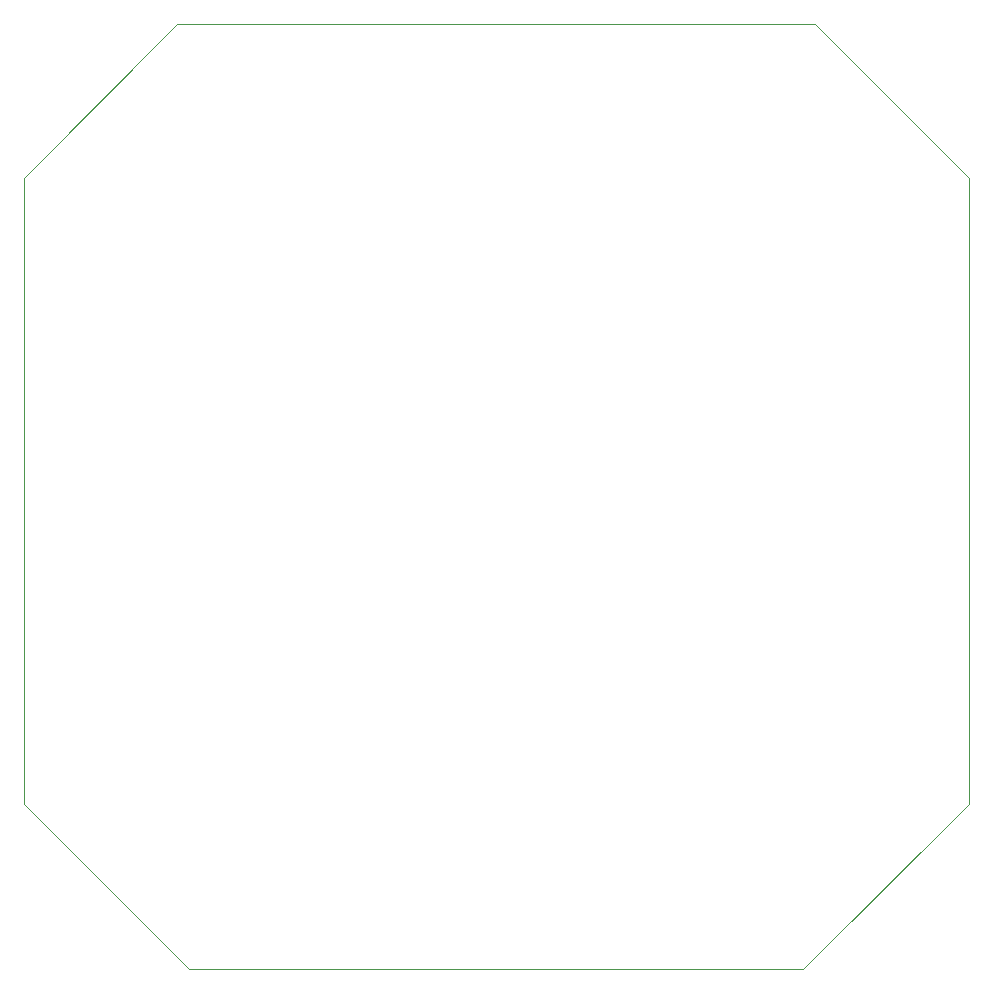
<source format=gm1>
G04 #@! TF.GenerationSoftware,KiCad,Pcbnew,(5.1.5)-3*
G04 #@! TF.CreationDate,2020-09-03T09:53:24+02:00*
G04 #@! TF.ProjectId,chargemod-hw,63686172-6765-46d6-9f64-2d68772e6b69,rev?*
G04 #@! TF.SameCoordinates,Original*
G04 #@! TF.FileFunction,Profile,NP*
%FSLAX46Y46*%
G04 Gerber Fmt 4.6, Leading zero omitted, Abs format (unit mm)*
G04 Created by KiCad (PCBNEW (5.1.5)-3) date 2020-09-03 09:53:24*
%MOMM*%
%LPD*%
G04 APERTURE LIST*
%ADD10C,0.050000*%
G04 APERTURE END LIST*
D10*
X167000000Y-80325000D02*
X167000000Y-133325000D01*
X154000000Y-67325000D02*
X167000000Y-80325000D01*
X100000000Y-67325000D02*
X154000000Y-67325000D01*
X87000000Y-80325000D02*
X100000000Y-67325000D01*
X87000000Y-133325000D02*
X87000000Y-80325000D01*
X101000000Y-147325000D02*
X87000000Y-133325000D01*
X153000000Y-147325000D02*
X101000000Y-147325000D01*
X167000000Y-133325000D02*
X153000000Y-147325000D01*
M02*

</source>
